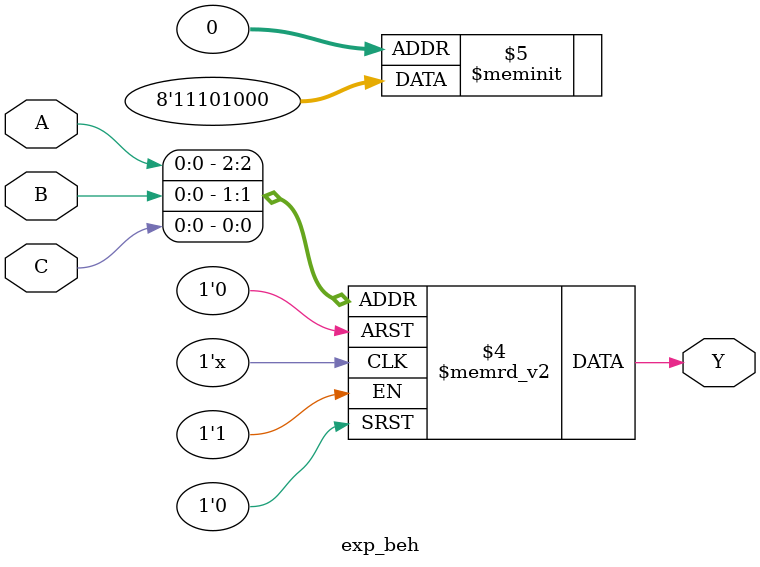
<source format=v>

module exp_beh(Y, A, B, C);
input A, B, C; output Y;
reg Y;
always @ (A or B or C)
begin
case ({A, B, C})
3'b000 : begin Y = 0; end
3'b001 : begin Y = 0; end
3'b010 : begin Y = 0; end
3'b011 : begin Y = 1; end
3'b100 : begin Y = 0; end
3'b101 : begin Y = 1; end
3'b110 : begin Y = 1; end
3'b111 : begin Y = 1; end
endcase
end
endmodule
</source>
